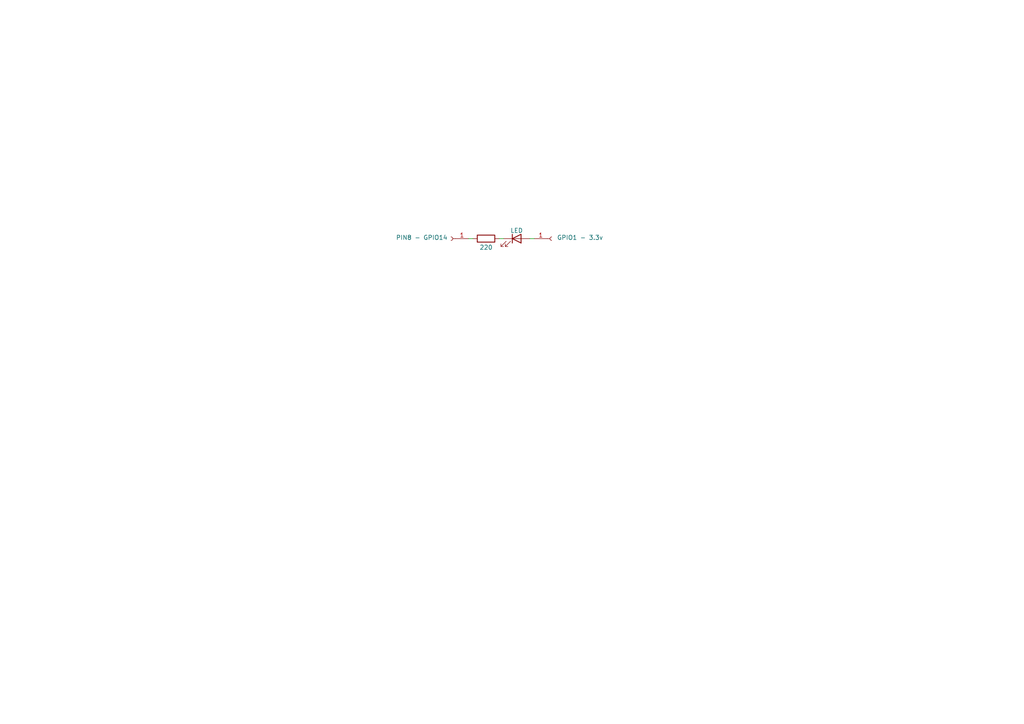
<source format=kicad_sch>
(kicad_sch (version 20211123) (generator eeschema)
  (paper "A4")
  (lib_symbols
    (symbol "Connector:Conn_01x01_Female" (pin_names (offset 1.016) hide)
      (property "Reference" "J" (at 0 2.54 0))
      (property "Value" "Conn_01x01_Female" (at 0 -2.54 0))
      (symbol "Conn_01x01_Female_1_1"
        (polyline (pts (xy -1.27 0) (xy -0.508 0)) (stroke (width 0.1524)))
        (arc (start 0 0.508) (mid -0.508 0) (end 0 -0.508) (stroke (width 0.1524)))
        (pin passive line (at -5.08 0 0) (length 3.81) (name "Pin_1") (number "1"))
      )
    )
    (symbol "Device:LED" (pin_numbers hide) (pin_names (offset 1.016) hide)
      (property "Reference" "D" (at 0 2.54 0))
      (property "Value" "LED" (at 0 -2.54 0))
      (symbol "LED_0_1"
        (polyline (pts (xy -1.27 -1.27) (xy -1.27 1.27)) (stroke (width 0.254)))
        (polyline (pts (xy -1.27 0) (xy 1.27 0)))
        (polyline (pts (xy 1.27 -1.27) (xy 1.27 1.27) (xy -1.27 0) (xy 1.27 -1.27)) (stroke (width 0.254)))
        (polyline (pts (xy -3.048 -0.762) (xy -4.572 -2.286) (xy -3.81 -2.286) (xy -4.572 -2.286) (xy -4.572 -1.524)))
        (polyline (pts (xy -1.778 -0.762) (xy -3.302 -2.286) (xy -2.54 -2.286) (xy -3.302 -2.286) (xy -3.302 -1.524)))
      )
      (symbol "LED_1_1"
        (pin passive line (at -3.81 0 0) (length 2.54) (name "K") (number "1"))
        (pin passive line (at 3.81 0 180) (length 2.54) (name "A") (number "2"))
      )
    )
    (symbol "Device:R" (pin_numbers hide) (pin_names (offset 0))
      (property "Reference" "R" (at 2.032 0 90))
      (property "Value" "R" (at 0 0 90))
      (symbol "R_0_1"
        (rectangle (start -1.016 -2.54) (end 1.016 2.54) (stroke (width 0.254)))
      )
      (symbol "R_1_1"
        (pin passive line (at 0 3.81 270) (length 1.27) (name "~") (number "1"))
        (pin passive line (at 0 -3.81 90) (length 1.27) (name "~") (number "2"))
      )
    )
  )
  (wire (pts (xy 154.94 69.215) (xy 153.67 69.215)))
  (wire (pts (xy 146.05 69.215) (xy 144.78 69.215)))
  (wire (pts (xy 137.16 69.215) (xy 135.89 69.215)))
  (symbol (lib_id "Device:LED") (at 149.86 69.215 0) (unit 1)
    (property "Reference" "D?" (effects hide))
    (property "Value" "LED" (at 148.0185 66.8655 0) (effects (justify left)))
  )
  (symbol (lib_id "Connector:Conn_01x01_Female") (at 160.02 69.215 0) (unit 1)
    (property "Reference" "J?" (effects hide))
    (property "Value" " GPIO1 - 3.3v" (at 174.9425 68.8975 0) (effects (justify right)))
  )
  (symbol (lib_id "Device:R") (at 140.97 69.215 270) (unit 1)
    (property "Reference" "R?" (effects hide))
    (property "Value" "220" (at 139.065 71.755 90) (effects (justify left)))
  )
  (symbol (lib_id "Connector:Conn_01x01_Female") (at 130.81 69.215 180) (unit 1)
    (property "Reference" "J?" (effects hide))
    (property "Value" "PIN8 - GPIO14" (at 129.8575 68.8975 0) (effects (justify left)))
  )
)
</source>
